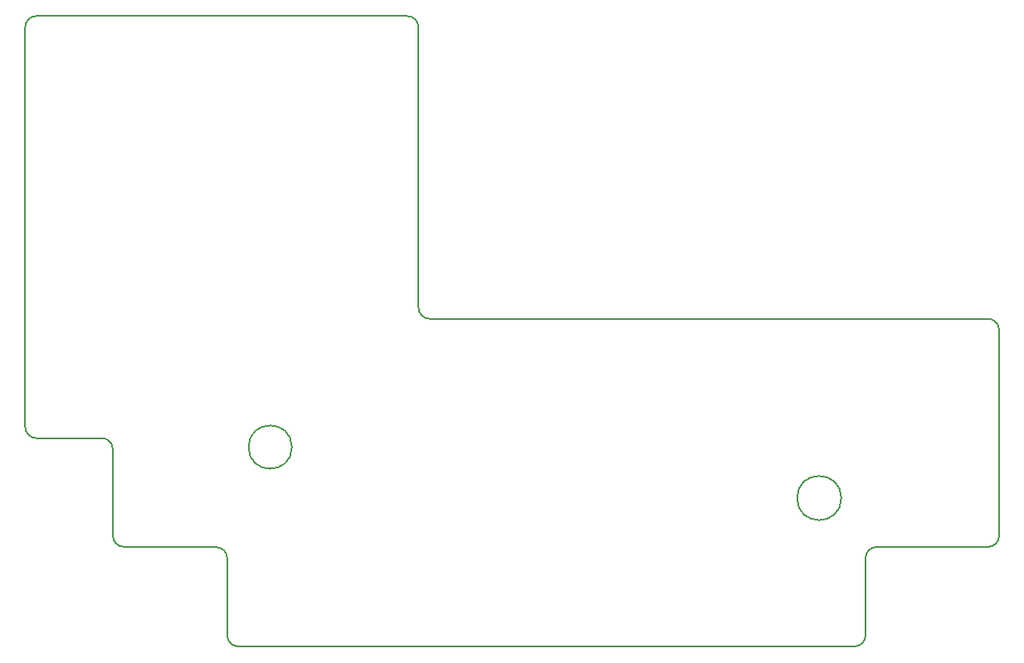
<source format=gbr>
G04 #@! TF.FileFunction,Profile,NP*
%FSLAX46Y46*%
G04 Gerber Fmt 4.6, Leading zero omitted, Abs format (unit mm)*
G04 Created by KiCad (PCBNEW 4.0.7) date 01/15/20 01:18:49*
%MOMM*%
%LPD*%
G01*
G04 APERTURE LIST*
%ADD10C,0.100000*%
%ADD11C,0.150000*%
G04 APERTURE END LIST*
D10*
D11*
X143319500Y-49657000D02*
G75*
G02X144462500Y-50800000I0J-1143000D01*
G01*
X202565000Y-80581500D02*
G75*
G02X203708000Y-81724500I0J-1143000D01*
G01*
X145605500Y-80581500D02*
G75*
G02X144462500Y-79438500I0J1143000D01*
G01*
X144462500Y-79438500D02*
X144462500Y-50800000D01*
X202565000Y-80581500D02*
X145605500Y-80581500D01*
X104330500Y-91630500D02*
X104330500Y-50800000D01*
X113284000Y-93916500D02*
G75*
G03X112141000Y-92773500I-1143000J0D01*
G01*
X104330500Y-91630500D02*
G75*
G03X105473500Y-92773500I1143000J0D01*
G01*
X112141000Y-92773500D02*
X105473500Y-92773500D01*
X124942600Y-112915700D02*
X124942600Y-105041700D01*
X114427000Y-103886000D02*
X123799600Y-103898700D01*
X113284000Y-102743000D02*
G75*
G03X114427000Y-103886000I1143000J0D01*
G01*
X124942600Y-105041700D02*
G75*
G03X123799600Y-103898700I-1143000J0D01*
G01*
X191223900Y-103886000D02*
X202565000Y-103886000D01*
X203708000Y-102743000D02*
G75*
G02X202565000Y-103886000I-1143000J0D01*
G01*
X190080900Y-112915700D02*
X190080900Y-105029000D01*
X190080900Y-105029000D02*
G75*
G02X191223900Y-103886000I1143000J0D01*
G01*
X131549518Y-93687900D02*
G75*
G03X131549518Y-93687900I-2212718J0D01*
G01*
X187601866Y-98894900D02*
G75*
G03X187601866Y-98894900I-2258066J0D01*
G01*
X105473500Y-49657000D02*
G75*
G03X104330500Y-50800000I0J-1143000D01*
G01*
X190080900Y-112915700D02*
G75*
G02X188937900Y-114058700I-1143000J0D01*
G01*
X124942600Y-112915700D02*
G75*
G03X126085600Y-114058700I1143000J0D01*
G01*
X203708000Y-102743000D02*
X203708000Y-81724500D01*
X126085600Y-114058700D02*
X188937900Y-114058700D01*
X113284000Y-93916500D02*
X113284000Y-102743000D01*
X143319500Y-49657000D02*
X105473500Y-49657000D01*
M02*

</source>
